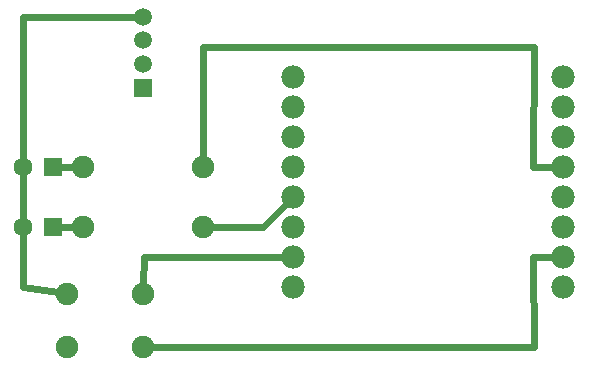
<source format=gtl>
G04 MADE WITH FRITZING*
G04 WWW.FRITZING.ORG*
G04 DOUBLE SIDED*
G04 HOLES PLATED*
G04 CONTOUR ON CENTER OF CONTOUR VECTOR*
%ASAXBY*%
%FSLAX23Y23*%
%MOIN*%
%OFA0B0*%
%SFA1.0B1.0*%
%ADD10C,0.075000*%
%ADD11C,0.059200*%
%ADD12C,0.077778*%
%ADD13C,0.062992*%
%ADD14R,0.059200X0.059200*%
%ADD15R,0.062992X0.062992*%
%ADD16C,0.024000*%
%LNCOPPER1*%
G90*
G70*
G54D10*
X581Y783D03*
X981Y783D03*
X581Y583D03*
X981Y583D03*
X781Y183D03*
X525Y183D03*
X781Y360D03*
X525Y360D03*
G54D11*
X781Y1047D03*
X781Y1283D03*
X781Y1205D03*
X781Y1126D03*
G54D12*
X2181Y1083D03*
X2181Y983D03*
X2181Y883D03*
X2181Y783D03*
X2181Y683D03*
X2181Y583D03*
X2181Y483D03*
X2181Y383D03*
X1281Y383D03*
X1281Y483D03*
X1281Y583D03*
X1281Y683D03*
X1281Y783D03*
X1281Y883D03*
X1281Y983D03*
X1281Y1083D03*
X2181Y1083D03*
X2181Y983D03*
X2181Y883D03*
X2181Y783D03*
X2181Y683D03*
X2181Y583D03*
X2181Y483D03*
X2181Y383D03*
X1281Y383D03*
X1281Y483D03*
X1281Y583D03*
X1281Y683D03*
X1281Y783D03*
X1281Y883D03*
X1281Y983D03*
X1281Y1083D03*
G54D13*
X479Y783D03*
X381Y783D03*
X479Y583D03*
X381Y583D03*
G54D14*
X781Y1047D03*
G54D15*
X479Y783D03*
X479Y583D03*
G54D16*
X380Y384D02*
X381Y556D01*
D02*
X497Y365D02*
X380Y384D01*
D02*
X552Y583D02*
X506Y583D01*
D02*
X2082Y1184D02*
X979Y1184D01*
D02*
X979Y1184D02*
X981Y812D01*
D02*
X2079Y782D02*
X2082Y1184D01*
D02*
X2152Y783D02*
X2079Y782D01*
D02*
X1180Y582D02*
X1009Y583D01*
D02*
X1260Y663D02*
X1180Y582D01*
D02*
X782Y483D02*
X1252Y483D01*
D02*
X781Y389D02*
X782Y483D01*
D02*
X809Y183D02*
X2082Y183D01*
D02*
X2082Y183D02*
X2079Y483D01*
D02*
X2079Y483D02*
X2152Y483D01*
D02*
X754Y1283D02*
X380Y1283D01*
D02*
X380Y1283D02*
X381Y810D01*
D02*
X381Y756D02*
X381Y610D01*
D02*
X506Y783D02*
X552Y783D01*
G04 End of Copper1*
M02*
</source>
